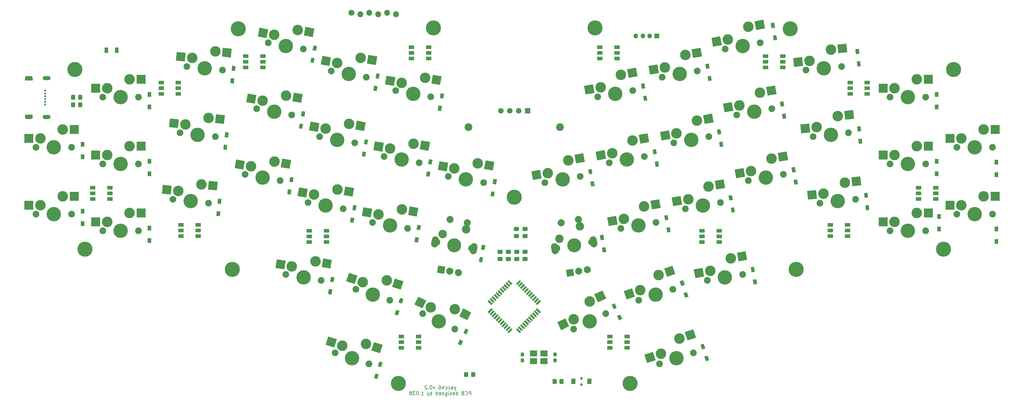
<source format=gbs>
%TF.GenerationSoftware,KiCad,Pcbnew,(5.1.7)-1*%
%TF.CreationDate,2020-11-12T22:52:03+09:00*%
%TF.ProjectId,yacc46,79616363-3436-42e6-9b69-6361645f7063,rev?*%
%TF.SameCoordinates,Original*%
%TF.FileFunction,Soldermask,Bot*%
%TF.FilePolarity,Negative*%
%FSLAX46Y46*%
G04 Gerber Fmt 4.6, Leading zero omitted, Abs format (unit mm)*
G04 Created by KiCad (PCBNEW (5.1.7)-1) date 2020-11-12 22:52:03*
%MOMM*%
%LPD*%
G01*
G04 APERTURE LIST*
%ADD10C,0.150000*%
%ADD11R,1.250000X1.600000*%
%ADD12C,0.750000*%
%ADD13C,0.600000*%
%ADD14O,2.300000X1.200000*%
%ADD15R,2.300000X0.250000*%
%ADD16R,0.260000X0.650000*%
%ADD17C,0.100000*%
%ADD18C,3.000000*%
%ADD19C,1.900000*%
%ADD20C,4.100000*%
%ADD21C,1.600000*%
%ADD22R,1.600000X1.600000*%
%ADD23C,2.400000*%
%ADD24C,3.987800*%
%ADD25C,2.000000*%
%ADD26C,2.200000*%
%ADD27C,4.300000*%
%ADD28R,1.000000X1.400000*%
%ADD29R,1.000000X1.600000*%
%ADD30O,1.700000X1.700000*%
%ADD31C,1.700000*%
%ADD32R,1.350000X1.350000*%
%ADD33O,1.350000X1.350000*%
%ADD34R,1.500000X1.000000*%
%ADD35R,2.550000X2.500000*%
%ADD36R,2.100000X1.800000*%
G04 APERTURE END LIST*
D10*
X148402380Y-134110714D02*
X148164285Y-134777380D01*
X147926190Y-134110714D02*
X148164285Y-134777380D01*
X148259523Y-135015476D01*
X148307142Y-135063095D01*
X148402380Y-135110714D01*
X147116666Y-134777380D02*
X147116666Y-134253571D01*
X147164285Y-134158333D01*
X147259523Y-134110714D01*
X147450000Y-134110714D01*
X147545238Y-134158333D01*
X147116666Y-134729761D02*
X147211904Y-134777380D01*
X147450000Y-134777380D01*
X147545238Y-134729761D01*
X147592857Y-134634523D01*
X147592857Y-134539285D01*
X147545238Y-134444047D01*
X147450000Y-134396428D01*
X147211904Y-134396428D01*
X147116666Y-134348809D01*
X146211904Y-134729761D02*
X146307142Y-134777380D01*
X146497619Y-134777380D01*
X146592857Y-134729761D01*
X146640476Y-134682142D01*
X146688095Y-134586904D01*
X146688095Y-134301190D01*
X146640476Y-134205952D01*
X146592857Y-134158333D01*
X146497619Y-134110714D01*
X146307142Y-134110714D01*
X146211904Y-134158333D01*
X145354761Y-134729761D02*
X145450000Y-134777380D01*
X145640476Y-134777380D01*
X145735714Y-134729761D01*
X145783333Y-134682142D01*
X145830952Y-134586904D01*
X145830952Y-134301190D01*
X145783333Y-134205952D01*
X145735714Y-134158333D01*
X145640476Y-134110714D01*
X145450000Y-134110714D01*
X145354761Y-134158333D01*
X144497619Y-134110714D02*
X144497619Y-134777380D01*
X144735714Y-133729761D02*
X144973809Y-134444047D01*
X144354761Y-134444047D01*
X143545238Y-133777380D02*
X143735714Y-133777380D01*
X143830952Y-133825000D01*
X143878571Y-133872619D01*
X143973809Y-134015476D01*
X144021428Y-134205952D01*
X144021428Y-134586904D01*
X143973809Y-134682142D01*
X143926190Y-134729761D01*
X143830952Y-134777380D01*
X143640476Y-134777380D01*
X143545238Y-134729761D01*
X143497619Y-134682142D01*
X143450000Y-134586904D01*
X143450000Y-134348809D01*
X143497619Y-134253571D01*
X143545238Y-134205952D01*
X143640476Y-134158333D01*
X143830952Y-134158333D01*
X143926190Y-134205952D01*
X143973809Y-134253571D01*
X144021428Y-134348809D01*
X142354761Y-134110714D02*
X142116666Y-134777380D01*
X141878571Y-134110714D01*
X141307142Y-133777380D02*
X141211904Y-133777380D01*
X141116666Y-133825000D01*
X141069047Y-133872619D01*
X141021428Y-133967857D01*
X140973809Y-134158333D01*
X140973809Y-134396428D01*
X141021428Y-134586904D01*
X141069047Y-134682142D01*
X141116666Y-134729761D01*
X141211904Y-134777380D01*
X141307142Y-134777380D01*
X141402380Y-134729761D01*
X141450000Y-134682142D01*
X141497619Y-134586904D01*
X141545238Y-134396428D01*
X141545238Y-134158333D01*
X141497619Y-133967857D01*
X141450000Y-133872619D01*
X141402380Y-133825000D01*
X141307142Y-133777380D01*
X140545238Y-134682142D02*
X140497619Y-134729761D01*
X140545238Y-134777380D01*
X140592857Y-134729761D01*
X140545238Y-134682142D01*
X140545238Y-134777380D01*
X140116666Y-133872619D02*
X140069047Y-133825000D01*
X139973809Y-133777380D01*
X139735714Y-133777380D01*
X139640476Y-133825000D01*
X139592857Y-133872619D01*
X139545238Y-133967857D01*
X139545238Y-134063095D01*
X139592857Y-134205952D01*
X140164285Y-134777380D01*
X139545238Y-134777380D01*
X152640476Y-136427380D02*
X152640476Y-135427380D01*
X152259523Y-135427380D01*
X152164285Y-135475000D01*
X152116666Y-135522619D01*
X152069047Y-135617857D01*
X152069047Y-135760714D01*
X152116666Y-135855952D01*
X152164285Y-135903571D01*
X152259523Y-135951190D01*
X152640476Y-135951190D01*
X151069047Y-136332142D02*
X151116666Y-136379761D01*
X151259523Y-136427380D01*
X151354761Y-136427380D01*
X151497619Y-136379761D01*
X151592857Y-136284523D01*
X151640476Y-136189285D01*
X151688095Y-135998809D01*
X151688095Y-135855952D01*
X151640476Y-135665476D01*
X151592857Y-135570238D01*
X151497619Y-135475000D01*
X151354761Y-135427380D01*
X151259523Y-135427380D01*
X151116666Y-135475000D01*
X151069047Y-135522619D01*
X150307142Y-135903571D02*
X150164285Y-135951190D01*
X150116666Y-135998809D01*
X150069047Y-136094047D01*
X150069047Y-136236904D01*
X150116666Y-136332142D01*
X150164285Y-136379761D01*
X150259523Y-136427380D01*
X150640476Y-136427380D01*
X150640476Y-135427380D01*
X150307142Y-135427380D01*
X150211904Y-135475000D01*
X150164285Y-135522619D01*
X150116666Y-135617857D01*
X150116666Y-135713095D01*
X150164285Y-135808333D01*
X150211904Y-135855952D01*
X150307142Y-135903571D01*
X150640476Y-135903571D01*
X148450000Y-136427380D02*
X148450000Y-135427380D01*
X148450000Y-136379761D02*
X148545238Y-136427380D01*
X148735714Y-136427380D01*
X148830952Y-136379761D01*
X148878571Y-136332142D01*
X148926190Y-136236904D01*
X148926190Y-135951190D01*
X148878571Y-135855952D01*
X148830952Y-135808333D01*
X148735714Y-135760714D01*
X148545238Y-135760714D01*
X148450000Y-135808333D01*
X147592857Y-136379761D02*
X147688095Y-136427380D01*
X147878571Y-136427380D01*
X147973809Y-136379761D01*
X148021428Y-136284523D01*
X148021428Y-135903571D01*
X147973809Y-135808333D01*
X147878571Y-135760714D01*
X147688095Y-135760714D01*
X147592857Y-135808333D01*
X147545238Y-135903571D01*
X147545238Y-135998809D01*
X148021428Y-136094047D01*
X147164285Y-136379761D02*
X147069047Y-136427380D01*
X146878571Y-136427380D01*
X146783333Y-136379761D01*
X146735714Y-136284523D01*
X146735714Y-136236904D01*
X146783333Y-136141666D01*
X146878571Y-136094047D01*
X147021428Y-136094047D01*
X147116666Y-136046428D01*
X147164285Y-135951190D01*
X147164285Y-135903571D01*
X147116666Y-135808333D01*
X147021428Y-135760714D01*
X146878571Y-135760714D01*
X146783333Y-135808333D01*
X146307142Y-136427380D02*
X146307142Y-135760714D01*
X146307142Y-135427380D02*
X146354761Y-135475000D01*
X146307142Y-135522619D01*
X146259523Y-135475000D01*
X146307142Y-135427380D01*
X146307142Y-135522619D01*
X145402380Y-135760714D02*
X145402380Y-136570238D01*
X145450000Y-136665476D01*
X145497619Y-136713095D01*
X145592857Y-136760714D01*
X145735714Y-136760714D01*
X145830952Y-136713095D01*
X145402380Y-136379761D02*
X145497619Y-136427380D01*
X145688095Y-136427380D01*
X145783333Y-136379761D01*
X145830952Y-136332142D01*
X145878571Y-136236904D01*
X145878571Y-135951190D01*
X145830952Y-135855952D01*
X145783333Y-135808333D01*
X145688095Y-135760714D01*
X145497619Y-135760714D01*
X145402380Y-135808333D01*
X144926190Y-135760714D02*
X144926190Y-136427380D01*
X144926190Y-135855952D02*
X144878571Y-135808333D01*
X144783333Y-135760714D01*
X144640476Y-135760714D01*
X144545238Y-135808333D01*
X144497619Y-135903571D01*
X144497619Y-136427380D01*
X143640476Y-136379761D02*
X143735714Y-136427380D01*
X143926190Y-136427380D01*
X144021428Y-136379761D01*
X144069047Y-136284523D01*
X144069047Y-135903571D01*
X144021428Y-135808333D01*
X143926190Y-135760714D01*
X143735714Y-135760714D01*
X143640476Y-135808333D01*
X143592857Y-135903571D01*
X143592857Y-135998809D01*
X144069047Y-136094047D01*
X142735714Y-136427380D02*
X142735714Y-135427380D01*
X142735714Y-136379761D02*
X142830952Y-136427380D01*
X143021428Y-136427380D01*
X143116666Y-136379761D01*
X143164285Y-136332142D01*
X143211904Y-136236904D01*
X143211904Y-135951190D01*
X143164285Y-135855952D01*
X143116666Y-135808333D01*
X143021428Y-135760714D01*
X142830952Y-135760714D01*
X142735714Y-135808333D01*
X141497619Y-136427380D02*
X141497619Y-135427380D01*
X141497619Y-135808333D02*
X141402380Y-135760714D01*
X141211904Y-135760714D01*
X141116666Y-135808333D01*
X141069047Y-135855952D01*
X141021428Y-135951190D01*
X141021428Y-136236904D01*
X141069047Y-136332142D01*
X141116666Y-136379761D01*
X141211904Y-136427380D01*
X141402380Y-136427380D01*
X141497619Y-136379761D01*
X140688095Y-135760714D02*
X140450000Y-136427380D01*
X140211904Y-135760714D02*
X140450000Y-136427380D01*
X140545238Y-136665476D01*
X140592857Y-136713095D01*
X140688095Y-136760714D01*
X138545238Y-136427380D02*
X139116666Y-136427380D01*
X138830952Y-136427380D02*
X138830952Y-135427380D01*
X138926190Y-135570238D01*
X139021428Y-135665476D01*
X139116666Y-135713095D01*
X138116666Y-136332142D02*
X138069047Y-136379761D01*
X138116666Y-136427380D01*
X138164285Y-136379761D01*
X138116666Y-136332142D01*
X138116666Y-136427380D01*
X137450000Y-135427380D02*
X137354761Y-135427380D01*
X137259523Y-135475000D01*
X137211904Y-135522619D01*
X137164285Y-135617857D01*
X137116666Y-135808333D01*
X137116666Y-136046428D01*
X137164285Y-136236904D01*
X137211904Y-136332142D01*
X137259523Y-136379761D01*
X137354761Y-136427380D01*
X137450000Y-136427380D01*
X137545238Y-136379761D01*
X137592857Y-136332142D01*
X137640476Y-136236904D01*
X137688095Y-136046428D01*
X137688095Y-135808333D01*
X137640476Y-135617857D01*
X137592857Y-135522619D01*
X137545238Y-135475000D01*
X137450000Y-135427380D01*
X136783333Y-135427380D02*
X136164285Y-135427380D01*
X136497619Y-135808333D01*
X136354761Y-135808333D01*
X136259523Y-135855952D01*
X136211904Y-135903571D01*
X136164285Y-135998809D01*
X136164285Y-136236904D01*
X136211904Y-136332142D01*
X136259523Y-136379761D01*
X136354761Y-136427380D01*
X136640476Y-136427380D01*
X136735714Y-136379761D01*
X136783333Y-136332142D01*
X135592857Y-135855952D02*
X135688095Y-135808333D01*
X135735714Y-135760714D01*
X135783333Y-135665476D01*
X135783333Y-135617857D01*
X135735714Y-135522619D01*
X135688095Y-135475000D01*
X135592857Y-135427380D01*
X135402380Y-135427380D01*
X135307142Y-135475000D01*
X135259523Y-135522619D01*
X135211904Y-135617857D01*
X135211904Y-135665476D01*
X135259523Y-135760714D01*
X135307142Y-135808333D01*
X135402380Y-135855952D01*
X135592857Y-135855952D01*
X135688095Y-135903571D01*
X135735714Y-135951190D01*
X135783333Y-136046428D01*
X135783333Y-136236904D01*
X135735714Y-136332142D01*
X135688095Y-136379761D01*
X135592857Y-136427380D01*
X135402380Y-136427380D01*
X135307142Y-136379761D01*
X135259523Y-136332142D01*
X135211904Y-136236904D01*
X135211904Y-136046428D01*
X135259523Y-135951190D01*
X135307142Y-135903571D01*
X135402380Y-135855952D01*
D11*
%TO.C,SW47*%
X186455000Y-132600000D03*
X181805000Y-132600000D03*
D12*
X184130000Y-131700000D03*
X184130000Y-133500000D03*
%TD*%
D13*
%TO.C,J1*%
X31290000Y-49680000D03*
X31290000Y-50480000D03*
X31290000Y-51280000D03*
X31290000Y-52080000D03*
X31290000Y-52880000D03*
X31290000Y-53680000D03*
D14*
X31740000Y-46130000D03*
X31740000Y-57230000D03*
X26690000Y-46130000D03*
X26690000Y-57230000D03*
D15*
X26690000Y-46710000D03*
D16*
X27710000Y-46460000D03*
X25670000Y-46460000D03*
D15*
X26690000Y-56650000D03*
D16*
X25670000Y-56850000D03*
X27710000Y-56850000D03*
%TD*%
D17*
%TO.C,U1*%
G36*
X166537958Y-103656280D02*
G01*
X166926866Y-104045188D01*
X165866206Y-105105848D01*
X165477298Y-104716940D01*
X166537958Y-103656280D01*
G37*
G36*
X167103643Y-104221966D02*
G01*
X167492551Y-104610874D01*
X166431891Y-105671534D01*
X166042983Y-105282626D01*
X167103643Y-104221966D01*
G37*
G36*
X167669328Y-104787651D02*
G01*
X168058236Y-105176559D01*
X166997576Y-106237219D01*
X166608668Y-105848311D01*
X167669328Y-104787651D01*
G37*
G36*
X168235014Y-105353336D02*
G01*
X168623922Y-105742244D01*
X167563262Y-106802904D01*
X167174354Y-106413996D01*
X168235014Y-105353336D01*
G37*
G36*
X168800699Y-105919022D02*
G01*
X169189607Y-106307930D01*
X168128947Y-107368590D01*
X167740039Y-106979682D01*
X168800699Y-105919022D01*
G37*
G36*
X169366385Y-106484707D02*
G01*
X169755293Y-106873615D01*
X168694633Y-107934275D01*
X168305725Y-107545367D01*
X169366385Y-106484707D01*
G37*
G36*
X169932070Y-107050393D02*
G01*
X170320978Y-107439301D01*
X169260318Y-108499961D01*
X168871410Y-108111053D01*
X169932070Y-107050393D01*
G37*
G36*
X170497756Y-107616078D02*
G01*
X170886664Y-108004986D01*
X169826004Y-109065646D01*
X169437096Y-108676738D01*
X170497756Y-107616078D01*
G37*
G36*
X171063441Y-108181764D02*
G01*
X171452349Y-108570672D01*
X170391689Y-109631332D01*
X170002781Y-109242424D01*
X171063441Y-108181764D01*
G37*
G36*
X171629126Y-108747449D02*
G01*
X172018034Y-109136357D01*
X170957374Y-110197017D01*
X170568466Y-109808109D01*
X171629126Y-108747449D01*
G37*
G36*
X172194812Y-109313134D02*
G01*
X172583720Y-109702042D01*
X171523060Y-110762702D01*
X171134152Y-110373794D01*
X172194812Y-109313134D01*
G37*
G36*
X172583720Y-112777958D02*
G01*
X172194812Y-113166866D01*
X171134152Y-112106206D01*
X171523060Y-111717298D01*
X172583720Y-112777958D01*
G37*
G36*
X172018034Y-113343643D02*
G01*
X171629126Y-113732551D01*
X170568466Y-112671891D01*
X170957374Y-112282983D01*
X172018034Y-113343643D01*
G37*
G36*
X171452349Y-113909328D02*
G01*
X171063441Y-114298236D01*
X170002781Y-113237576D01*
X170391689Y-112848668D01*
X171452349Y-113909328D01*
G37*
G36*
X170886664Y-114475014D02*
G01*
X170497756Y-114863922D01*
X169437096Y-113803262D01*
X169826004Y-113414354D01*
X170886664Y-114475014D01*
G37*
G36*
X170320978Y-115040699D02*
G01*
X169932070Y-115429607D01*
X168871410Y-114368947D01*
X169260318Y-113980039D01*
X170320978Y-115040699D01*
G37*
G36*
X169755293Y-115606385D02*
G01*
X169366385Y-115995293D01*
X168305725Y-114934633D01*
X168694633Y-114545725D01*
X169755293Y-115606385D01*
G37*
G36*
X169189607Y-116172070D02*
G01*
X168800699Y-116560978D01*
X167740039Y-115500318D01*
X168128947Y-115111410D01*
X169189607Y-116172070D01*
G37*
G36*
X168623922Y-116737756D02*
G01*
X168235014Y-117126664D01*
X167174354Y-116066004D01*
X167563262Y-115677096D01*
X168623922Y-116737756D01*
G37*
G36*
X168058236Y-117303441D02*
G01*
X167669328Y-117692349D01*
X166608668Y-116631689D01*
X166997576Y-116242781D01*
X168058236Y-117303441D01*
G37*
G36*
X167492551Y-117869126D02*
G01*
X167103643Y-118258034D01*
X166042983Y-117197374D01*
X166431891Y-116808466D01*
X167492551Y-117869126D01*
G37*
G36*
X166926866Y-118434812D02*
G01*
X166537958Y-118823720D01*
X165477298Y-117763060D01*
X165866206Y-117374152D01*
X166926866Y-118434812D01*
G37*
G36*
X164133794Y-117374152D02*
G01*
X164522702Y-117763060D01*
X163462042Y-118823720D01*
X163073134Y-118434812D01*
X164133794Y-117374152D01*
G37*
G36*
X163568109Y-116808466D02*
G01*
X163957017Y-117197374D01*
X162896357Y-118258034D01*
X162507449Y-117869126D01*
X163568109Y-116808466D01*
G37*
G36*
X163002424Y-116242781D02*
G01*
X163391332Y-116631689D01*
X162330672Y-117692349D01*
X161941764Y-117303441D01*
X163002424Y-116242781D01*
G37*
G36*
X162436738Y-115677096D02*
G01*
X162825646Y-116066004D01*
X161764986Y-117126664D01*
X161376078Y-116737756D01*
X162436738Y-115677096D01*
G37*
G36*
X161871053Y-115111410D02*
G01*
X162259961Y-115500318D01*
X161199301Y-116560978D01*
X160810393Y-116172070D01*
X161871053Y-115111410D01*
G37*
G36*
X161305367Y-114545725D02*
G01*
X161694275Y-114934633D01*
X160633615Y-115995293D01*
X160244707Y-115606385D01*
X161305367Y-114545725D01*
G37*
G36*
X160739682Y-113980039D02*
G01*
X161128590Y-114368947D01*
X160067930Y-115429607D01*
X159679022Y-115040699D01*
X160739682Y-113980039D01*
G37*
G36*
X160173996Y-113414354D02*
G01*
X160562904Y-113803262D01*
X159502244Y-114863922D01*
X159113336Y-114475014D01*
X160173996Y-113414354D01*
G37*
G36*
X159608311Y-112848668D02*
G01*
X159997219Y-113237576D01*
X158936559Y-114298236D01*
X158547651Y-113909328D01*
X159608311Y-112848668D01*
G37*
G36*
X159042626Y-112282983D02*
G01*
X159431534Y-112671891D01*
X158370874Y-113732551D01*
X157981966Y-113343643D01*
X159042626Y-112282983D01*
G37*
G36*
X158476940Y-111717298D02*
G01*
X158865848Y-112106206D01*
X157805188Y-113166866D01*
X157416280Y-112777958D01*
X158476940Y-111717298D01*
G37*
G36*
X158865848Y-110373794D02*
G01*
X158476940Y-110762702D01*
X157416280Y-109702042D01*
X157805188Y-109313134D01*
X158865848Y-110373794D01*
G37*
G36*
X159431534Y-109808109D02*
G01*
X159042626Y-110197017D01*
X157981966Y-109136357D01*
X158370874Y-108747449D01*
X159431534Y-109808109D01*
G37*
G36*
X159997219Y-109242424D02*
G01*
X159608311Y-109631332D01*
X158547651Y-108570672D01*
X158936559Y-108181764D01*
X159997219Y-109242424D01*
G37*
G36*
X160562904Y-108676738D02*
G01*
X160173996Y-109065646D01*
X159113336Y-108004986D01*
X159502244Y-107616078D01*
X160562904Y-108676738D01*
G37*
G36*
X161128590Y-108111053D02*
G01*
X160739682Y-108499961D01*
X159679022Y-107439301D01*
X160067930Y-107050393D01*
X161128590Y-108111053D01*
G37*
G36*
X161694275Y-107545367D02*
G01*
X161305367Y-107934275D01*
X160244707Y-106873615D01*
X160633615Y-106484707D01*
X161694275Y-107545367D01*
G37*
G36*
X162259961Y-106979682D02*
G01*
X161871053Y-107368590D01*
X160810393Y-106307930D01*
X161199301Y-105919022D01*
X162259961Y-106979682D01*
G37*
G36*
X162825646Y-106413996D02*
G01*
X162436738Y-106802904D01*
X161376078Y-105742244D01*
X161764986Y-105353336D01*
X162825646Y-106413996D01*
G37*
G36*
X163391332Y-105848311D02*
G01*
X163002424Y-106237219D01*
X161941764Y-105176559D01*
X162330672Y-104787651D01*
X163391332Y-105848311D01*
G37*
G36*
X163957017Y-105282626D02*
G01*
X163568109Y-105671534D01*
X162507449Y-104610874D01*
X162896357Y-104221966D01*
X163957017Y-105282626D01*
G37*
G36*
X164522702Y-104716940D02*
G01*
X164133794Y-105105848D01*
X163073134Y-104045188D01*
X163462042Y-103656280D01*
X164522702Y-104716940D01*
G37*
%TD*%
D13*
%TO.C,SW43*%
X179004278Y-116286457D03*
X189509526Y-108336696D03*
D18*
X186541708Y-109784198D03*
X181947829Y-114850791D03*
D17*
G36*
X190107524Y-106654280D02*
G01*
X191203452Y-108901265D01*
X188911528Y-110019112D01*
X187815600Y-107772127D01*
X190107524Y-106654280D01*
G37*
D19*
X181919823Y-117690459D03*
X191051571Y-113236609D03*
D20*
X186485697Y-115463534D03*
D17*
G36*
X179602276Y-114604041D02*
G01*
X180698204Y-116851026D01*
X178406280Y-117968873D01*
X177310352Y-115721888D01*
X179602276Y-114604041D01*
G37*
%TD*%
D21*
%TO.C,J2*%
X161190000Y-55430000D03*
X163730000Y-55430000D03*
X166270000Y-55430000D03*
D22*
X168810000Y-55430000D03*
%TD*%
%TO.C,R6*%
G36*
G01*
X152700000Y-131060001D02*
X152700000Y-130159999D01*
G75*
G02*
X152949999Y-129910000I249999J0D01*
G01*
X153650001Y-129910000D01*
G75*
G02*
X153900000Y-130159999I0J-249999D01*
G01*
X153900000Y-131060001D01*
G75*
G02*
X153650001Y-131310000I-249999J0D01*
G01*
X152949999Y-131310000D01*
G75*
G02*
X152700000Y-131060001I0J249999D01*
G01*
G37*
G36*
G01*
X150700000Y-131060001D02*
X150700000Y-130159999D01*
G75*
G02*
X150949999Y-129910000I249999J0D01*
G01*
X151650001Y-129910000D01*
G75*
G02*
X151900000Y-130159999I0J-249999D01*
G01*
X151900000Y-131060001D01*
G75*
G02*
X151650001Y-131310000I-249999J0D01*
G01*
X150949999Y-131310000D01*
G75*
G02*
X150700000Y-131060001I0J249999D01*
G01*
G37*
%TD*%
%TO.C,R3*%
G36*
G01*
X166080001Y-89730000D02*
X165179999Y-89730000D01*
G75*
G02*
X164930000Y-89480001I0J249999D01*
G01*
X164930000Y-88779999D01*
G75*
G02*
X165179999Y-88530000I249999J0D01*
G01*
X166080001Y-88530000D01*
G75*
G02*
X166330000Y-88779999I0J-249999D01*
G01*
X166330000Y-89480001D01*
G75*
G02*
X166080001Y-89730000I-249999J0D01*
G01*
G37*
G36*
G01*
X166080001Y-91730000D02*
X165179999Y-91730000D01*
G75*
G02*
X164930000Y-91480001I0J249999D01*
G01*
X164930000Y-90779999D01*
G75*
G02*
X165179999Y-90530000I249999J0D01*
G01*
X166080001Y-90530000D01*
G75*
G02*
X166330000Y-90779999I0J-249999D01*
G01*
X166330000Y-91480001D01*
G75*
G02*
X166080001Y-91730000I-249999J0D01*
G01*
G37*
%TD*%
D23*
%TO.C,SW36*%
X183690947Y-88327548D03*
D24*
X182071668Y-93771438D03*
D23*
X177878484Y-91931626D03*
D25*
X177068845Y-94653571D03*
X187074491Y-92889305D03*
D17*
G36*
X182070466Y-102402777D02*
G01*
X180100850Y-102750073D01*
X179753554Y-100780457D01*
X181723170Y-100433161D01*
X182070466Y-102402777D01*
G37*
D25*
X183374029Y-101157496D03*
X185836049Y-100723376D03*
G36*
G01*
X176834582Y-96319561D02*
X176834582Y-96319561D01*
G75*
G02*
X175676126Y-95508401I-173648J984808D01*
G01*
X175467748Y-94326631D01*
G75*
G02*
X176278908Y-93168175I984808J173648D01*
G01*
X176278908Y-93168175D01*
G75*
G02*
X177437364Y-93979335I173648J-984808D01*
G01*
X177645742Y-95161105D01*
G75*
G02*
X176834582Y-96319561I-984808J-173648D01*
G01*
G37*
G36*
G01*
X187864428Y-94374701D02*
X187864428Y-94374701D01*
G75*
G02*
X186705972Y-93563541I-173648J984808D01*
G01*
X186497594Y-92381771D01*
G75*
G02*
X187308754Y-91223315I984808J173648D01*
G01*
X187308754Y-91223315D01*
G75*
G02*
X188467210Y-92034475I173648J-984808D01*
G01*
X188675588Y-93216245D01*
G75*
G02*
X187864428Y-94374701I-984808J-173648D01*
G01*
G37*
X178394111Y-87311904D03*
X183318150Y-86443663D03*
%TD*%
D26*
%TO.C,HOLE15*%
X178000000Y-60100000D03*
%TD*%
%TO.C,HOLE14*%
X152000000Y-60100000D03*
%TD*%
D27*
%TO.C,HOLE13*%
X164980000Y-80100000D03*
%TD*%
%TO.C,HOLE12*%
X198020001Y-133120000D03*
%TD*%
%TO.C,HOLE11*%
X245380000Y-100610000D03*
%TD*%
%TO.C,HOLE10*%
X287360000Y-94900000D03*
%TD*%
%TO.C,HOLE9*%
X290240000Y-43680000D03*
%TD*%
%TO.C,HOLE8*%
X243660000Y-32080000D03*
%TD*%
%TO.C,HOLE7*%
X188010000Y-31840000D03*
%TD*%
%TO.C,HOLE6*%
X141990000Y-31840000D03*
%TD*%
%TO.C,HOLE5*%
X86340000Y-32080000D03*
%TD*%
%TO.C,HOLE4*%
X39760000Y-43680000D03*
%TD*%
%TO.C,HOLE3*%
X42640000Y-94900000D03*
%TD*%
%TO.C,HOLE2*%
X84620000Y-100610000D03*
%TD*%
%TO.C,HOLE1*%
X131979999Y-133120000D03*
%TD*%
%TO.C,C1*%
G36*
G01*
X160485000Y-97110000D02*
X161435000Y-97110000D01*
G75*
G02*
X161685000Y-97360000I0J-250000D01*
G01*
X161685000Y-98035000D01*
G75*
G02*
X161435000Y-98285000I-250000J0D01*
G01*
X160485000Y-98285000D01*
G75*
G02*
X160235000Y-98035000I0J250000D01*
G01*
X160235000Y-97360000D01*
G75*
G02*
X160485000Y-97110000I250000J0D01*
G01*
G37*
G36*
G01*
X160485000Y-95035000D02*
X161435000Y-95035000D01*
G75*
G02*
X161685000Y-95285000I0J-250000D01*
G01*
X161685000Y-95960000D01*
G75*
G02*
X161435000Y-96210000I-250000J0D01*
G01*
X160485000Y-96210000D01*
G75*
G02*
X160235000Y-95960000I0J250000D01*
G01*
X160235000Y-95285000D01*
G75*
G02*
X160485000Y-95035000I250000J0D01*
G01*
G37*
%TD*%
%TO.C,C2*%
G36*
G01*
X162858333Y-95035000D02*
X163808333Y-95035000D01*
G75*
G02*
X164058333Y-95285000I0J-250000D01*
G01*
X164058333Y-95960000D01*
G75*
G02*
X163808333Y-96210000I-250000J0D01*
G01*
X162858333Y-96210000D01*
G75*
G02*
X162608333Y-95960000I0J250000D01*
G01*
X162608333Y-95285000D01*
G75*
G02*
X162858333Y-95035000I250000J0D01*
G01*
G37*
G36*
G01*
X162858333Y-97110000D02*
X163808333Y-97110000D01*
G75*
G02*
X164058333Y-97360000I0J-250000D01*
G01*
X164058333Y-98035000D01*
G75*
G02*
X163808333Y-98285000I-250000J0D01*
G01*
X162858333Y-98285000D01*
G75*
G02*
X162608333Y-98035000I0J250000D01*
G01*
X162608333Y-97360000D01*
G75*
G02*
X162858333Y-97110000I250000J0D01*
G01*
G37*
%TD*%
%TO.C,C3*%
G36*
G01*
X166181666Y-96210000D02*
X165231666Y-96210000D01*
G75*
G02*
X164981666Y-95960000I0J250000D01*
G01*
X164981666Y-95285000D01*
G75*
G02*
X165231666Y-95035000I250000J0D01*
G01*
X166181666Y-95035000D01*
G75*
G02*
X166431666Y-95285000I0J-250000D01*
G01*
X166431666Y-95960000D01*
G75*
G02*
X166181666Y-96210000I-250000J0D01*
G01*
G37*
G36*
G01*
X166181666Y-98285000D02*
X165231666Y-98285000D01*
G75*
G02*
X164981666Y-98035000I0J250000D01*
G01*
X164981666Y-97360000D01*
G75*
G02*
X165231666Y-97110000I250000J0D01*
G01*
X166181666Y-97110000D01*
G75*
G02*
X166431666Y-97360000I0J-250000D01*
G01*
X166431666Y-98035000D01*
G75*
G02*
X166181666Y-98285000I-250000J0D01*
G01*
G37*
%TD*%
%TO.C,C4*%
G36*
G01*
X168555000Y-98285000D02*
X167605000Y-98285000D01*
G75*
G02*
X167355000Y-98035000I0J250000D01*
G01*
X167355000Y-97360000D01*
G75*
G02*
X167605000Y-97110000I250000J0D01*
G01*
X168555000Y-97110000D01*
G75*
G02*
X168805000Y-97360000I0J-250000D01*
G01*
X168805000Y-98035000D01*
G75*
G02*
X168555000Y-98285000I-250000J0D01*
G01*
G37*
G36*
G01*
X168555000Y-96210000D02*
X167605000Y-96210000D01*
G75*
G02*
X167355000Y-95960000I0J250000D01*
G01*
X167355000Y-95285000D01*
G75*
G02*
X167605000Y-95035000I250000J0D01*
G01*
X168555000Y-95035000D01*
G75*
G02*
X168805000Y-95285000I0J-250000D01*
G01*
X168805000Y-95960000D01*
G75*
G02*
X168555000Y-96210000I-250000J0D01*
G01*
G37*
%TD*%
%TO.C,C5*%
G36*
G01*
X167072500Y-126065000D02*
X167547500Y-126065000D01*
G75*
G02*
X167785000Y-126302500I0J-237500D01*
G01*
X167785000Y-126902500D01*
G75*
G02*
X167547500Y-127140000I-237500J0D01*
G01*
X167072500Y-127140000D01*
G75*
G02*
X166835000Y-126902500I0J237500D01*
G01*
X166835000Y-126302500D01*
G75*
G02*
X167072500Y-126065000I237500J0D01*
G01*
G37*
G36*
G01*
X167072500Y-124340000D02*
X167547500Y-124340000D01*
G75*
G02*
X167785000Y-124577500I0J-237500D01*
G01*
X167785000Y-125177500D01*
G75*
G02*
X167547500Y-125415000I-237500J0D01*
G01*
X167072500Y-125415000D01*
G75*
G02*
X166835000Y-125177500I0J237500D01*
G01*
X166835000Y-124577500D01*
G75*
G02*
X167072500Y-124340000I237500J0D01*
G01*
G37*
%TD*%
%TO.C,C6*%
G36*
G01*
X176877500Y-127140000D02*
X176402500Y-127140000D01*
G75*
G02*
X176165000Y-126902500I0J237500D01*
G01*
X176165000Y-126302500D01*
G75*
G02*
X176402500Y-126065000I237500J0D01*
G01*
X176877500Y-126065000D01*
G75*
G02*
X177115000Y-126302500I0J-237500D01*
G01*
X177115000Y-126902500D01*
G75*
G02*
X176877500Y-127140000I-237500J0D01*
G01*
G37*
G36*
G01*
X176877500Y-125415000D02*
X176402500Y-125415000D01*
G75*
G02*
X176165000Y-125177500I0J237500D01*
G01*
X176165000Y-124577500D01*
G75*
G02*
X176402500Y-124340000I237500J0D01*
G01*
X176877500Y-124340000D01*
G75*
G02*
X177115000Y-124577500I0J-237500D01*
G01*
X177115000Y-125177500D01*
G75*
G02*
X176877500Y-125415000I-237500J0D01*
G01*
G37*
%TD*%
D28*
%TO.C,D1*%
X60991499Y-54302500D03*
X60991499Y-50752500D03*
%TD*%
D17*
%TO.C,D2*%
G36*
X85061604Y-47623761D02*
G01*
X84067082Y-47519232D01*
X84213422Y-46126901D01*
X85207944Y-46231430D01*
X85061604Y-47623761D01*
G37*
G36*
X85432680Y-44093209D02*
G01*
X84438158Y-43988680D01*
X84584498Y-42596349D01*
X85579020Y-42700878D01*
X85432680Y-44093209D01*
G37*
%TD*%
%TO.C,D3*%
G36*
X108497292Y-38334599D02*
G01*
X107512484Y-38160950D01*
X107755592Y-36782219D01*
X108740400Y-36955868D01*
X108497292Y-38334599D01*
G37*
G36*
X107880840Y-41830667D02*
G01*
X106896032Y-41657018D01*
X107139140Y-40278287D01*
X108123948Y-40451936D01*
X107880840Y-41830667D01*
G37*
%TD*%
%TO.C,D4*%
G36*
X125814428Y-49828812D02*
G01*
X124829620Y-49655163D01*
X125072728Y-48276432D01*
X126057536Y-48450081D01*
X125814428Y-49828812D01*
G37*
G36*
X126430880Y-46332744D02*
G01*
X125446072Y-46159095D01*
X125689180Y-44780364D01*
X126673988Y-44954013D01*
X126430880Y-46332744D01*
G37*
%TD*%
%TO.C,D5*%
G36*
X144777968Y-51985815D02*
G01*
X143793160Y-51812166D01*
X144036268Y-50433435D01*
X145021076Y-50607084D01*
X144777968Y-51985815D01*
G37*
G36*
X144161516Y-55481883D02*
G01*
X143176708Y-55308234D01*
X143419816Y-53929503D01*
X144404624Y-54103152D01*
X144161516Y-55481883D01*
G37*
%TD*%
D28*
%TO.C,D6*%
X41941500Y-68590000D03*
X41941500Y-65040000D03*
%TD*%
%TO.C,D7*%
X60991499Y-73352500D03*
X60991499Y-69802500D03*
%TD*%
D17*
%TO.C,D8*%
G36*
X83441412Y-63038851D02*
G01*
X82446890Y-62934322D01*
X82593230Y-61541991D01*
X83587752Y-61646520D01*
X83441412Y-63038851D01*
G37*
G36*
X83070336Y-66569403D02*
G01*
X82075814Y-66464874D01*
X82222154Y-65072543D01*
X83216676Y-65177072D01*
X83070336Y-66569403D01*
G37*
%TD*%
%TO.C,D9*%
G36*
X105189294Y-57095187D02*
G01*
X104204486Y-56921538D01*
X104447594Y-55542807D01*
X105432402Y-55716456D01*
X105189294Y-57095187D01*
G37*
G36*
X104572842Y-60591255D02*
G01*
X103588034Y-60417606D01*
X103831142Y-59038875D01*
X104815950Y-59212524D01*
X104572842Y-60591255D01*
G37*
%TD*%
%TO.C,D10*%
G36*
X122506430Y-68589400D02*
G01*
X121521622Y-68415751D01*
X121764730Y-67037020D01*
X122749538Y-67210669D01*
X122506430Y-68589400D01*
G37*
G36*
X123122882Y-65093332D02*
G01*
X122138074Y-64919683D01*
X122381182Y-63540952D01*
X123365990Y-63714601D01*
X123122882Y-65093332D01*
G37*
%TD*%
%TO.C,D11*%
G36*
X141469970Y-70746403D02*
G01*
X140485162Y-70572754D01*
X140728270Y-69194023D01*
X141713078Y-69367672D01*
X141469970Y-70746403D01*
G37*
G36*
X140853518Y-74242471D02*
G01*
X139868710Y-74068822D01*
X140111818Y-72690091D01*
X141096626Y-72863740D01*
X140853518Y-74242471D01*
G37*
%TD*%
%TO.C,D12*%
G36*
X159817058Y-76399474D02*
G01*
X158832250Y-76225825D01*
X159075358Y-74847094D01*
X160060166Y-75020743D01*
X159817058Y-76399474D01*
G37*
G36*
X159200606Y-79895542D02*
G01*
X158215798Y-79721893D01*
X158458906Y-78343162D01*
X159443714Y-78516811D01*
X159200606Y-79895542D01*
G37*
%TD*%
D28*
%TO.C,D13*%
X41941500Y-84090000D03*
X41941500Y-87640000D03*
%TD*%
%TO.C,D14*%
X60991499Y-92402500D03*
X60991499Y-88852500D03*
%TD*%
D17*
%TO.C,D15*%
G36*
X81450145Y-81984493D02*
G01*
X80455623Y-81879964D01*
X80601963Y-80487633D01*
X81596485Y-80592162D01*
X81450145Y-81984493D01*
G37*
G36*
X81079069Y-85515045D02*
G01*
X80084547Y-85410516D01*
X80230887Y-84018185D01*
X81225409Y-84122714D01*
X81079069Y-85515045D01*
G37*
%TD*%
%TO.C,D16*%
G36*
X101264844Y-79351843D02*
G01*
X100280036Y-79178194D01*
X100523144Y-77799463D01*
X101507952Y-77973112D01*
X101264844Y-79351843D01*
G37*
G36*
X101881296Y-75855775D02*
G01*
X100896488Y-75682126D01*
X101139596Y-74303395D01*
X102124404Y-74477044D01*
X101881296Y-75855775D01*
G37*
%TD*%
%TO.C,D17*%
G36*
X119814884Y-83853919D02*
G01*
X118830076Y-83680270D01*
X119073184Y-82301539D01*
X120057992Y-82475188D01*
X119814884Y-83853919D01*
G37*
G36*
X119198432Y-87349987D02*
G01*
X118213624Y-87176338D01*
X118456732Y-85797607D01*
X119441540Y-85971256D01*
X119198432Y-87349987D01*
G37*
%TD*%
%TO.C,D18*%
G36*
X137545520Y-93003059D02*
G01*
X136560712Y-92829410D01*
X136803820Y-91450679D01*
X137788628Y-91624328D01*
X137545520Y-93003059D01*
G37*
G36*
X138161972Y-89506991D02*
G01*
X137177164Y-89333342D01*
X137420272Y-87954611D01*
X138405080Y-88128260D01*
X138161972Y-89506991D01*
G37*
%TD*%
%TO.C,D19*%
G36*
X156509060Y-95160062D02*
G01*
X155524252Y-94986413D01*
X155767360Y-93607682D01*
X156752168Y-93781331D01*
X156509060Y-95160062D01*
G37*
G36*
X155892608Y-98656130D02*
G01*
X154907800Y-98482481D01*
X155150908Y-97103750D01*
X156135716Y-97277399D01*
X155892608Y-98656130D01*
G37*
%TD*%
%TO.C,D20*%
G36*
X113514611Y-104316620D02*
G01*
X112529803Y-104142971D01*
X112772911Y-102764240D01*
X113757719Y-102937889D01*
X113514611Y-104316620D01*
G37*
G36*
X112898159Y-107812688D02*
G01*
X111913351Y-107639039D01*
X112156459Y-106260308D01*
X113141267Y-106433957D01*
X112898159Y-107812688D01*
G37*
%TD*%
%TO.C,D21*%
G36*
X131869329Y-113792429D02*
G01*
X130918273Y-113483412D01*
X131350897Y-112151933D01*
X132301953Y-112460950D01*
X131869329Y-113792429D01*
G37*
G36*
X132966339Y-110416179D02*
G01*
X132015283Y-110107162D01*
X132447907Y-108775683D01*
X133398963Y-109084700D01*
X132966339Y-110416179D01*
G37*
%TD*%
%TO.C,D22*%
G36*
X151379871Y-119163534D02*
G01*
X150481077Y-118725163D01*
X151094797Y-117466852D01*
X151993591Y-117905223D01*
X151379871Y-119163534D01*
G37*
G36*
X149823653Y-122354252D02*
G01*
X148924859Y-121915881D01*
X149538579Y-120657570D01*
X150437373Y-121095941D01*
X149823653Y-122354252D01*
G37*
%TD*%
%TO.C,D23*%
G36*
X125982555Y-131910055D02*
G01*
X125031499Y-131601038D01*
X125464123Y-130269559D01*
X126415179Y-130578576D01*
X125982555Y-131910055D01*
G37*
G36*
X127079565Y-128533805D02*
G01*
X126128509Y-128224788D01*
X126561133Y-126893309D01*
X127512189Y-127202326D01*
X127079565Y-128533805D01*
G37*
%TD*%
%TO.C,D24*%
G36*
X202340944Y-48967288D02*
G01*
X201356136Y-49140937D01*
X201113028Y-47762206D01*
X202097836Y-47588557D01*
X202340944Y-48967288D01*
G37*
G36*
X202957396Y-52463356D02*
G01*
X201972588Y-52637005D01*
X201729480Y-51258274D01*
X202714288Y-51084625D01*
X202957396Y-52463356D01*
G37*
%TD*%
%TO.C,D25*%
G36*
X221304484Y-46810285D02*
G01*
X220319676Y-46983934D01*
X220076568Y-45605203D01*
X221061376Y-45431554D01*
X221304484Y-46810285D01*
G37*
G36*
X220688032Y-43314217D02*
G01*
X219703224Y-43487866D01*
X219460116Y-42109135D01*
X220444924Y-41935486D01*
X220688032Y-43314217D01*
G37*
%TD*%
%TO.C,D26*%
G36*
X239315732Y-31684507D02*
G01*
X238330924Y-31858156D01*
X238087816Y-30479425D01*
X239072624Y-30305776D01*
X239315732Y-31684507D01*
G37*
G36*
X239932184Y-35180575D02*
G01*
X238947376Y-35354224D01*
X238704268Y-33975493D01*
X239689076Y-33801844D01*
X239932184Y-35180575D01*
G37*
%TD*%
%TO.C,D27*%
G36*
X263745969Y-42699177D02*
G01*
X262751447Y-42803706D01*
X262605107Y-41411375D01*
X263599629Y-41306846D01*
X263745969Y-42699177D01*
G37*
G36*
X263374893Y-39168625D02*
G01*
X262380371Y-39273154D01*
X262234031Y-37880823D01*
X263228553Y-37776294D01*
X263374893Y-39168625D01*
G37*
%TD*%
D28*
%TO.C,D28*%
X285391500Y-50752500D03*
X285391500Y-54302500D03*
%TD*%
D17*
%TO.C,D29*%
G36*
X187918306Y-76877015D02*
G01*
X186933498Y-77050664D01*
X186690390Y-75671933D01*
X187675198Y-75498284D01*
X187918306Y-76877015D01*
G37*
G36*
X187301854Y-73380947D02*
G01*
X186317046Y-73554596D01*
X186073938Y-72175865D01*
X187058746Y-72002216D01*
X187301854Y-73380947D01*
G37*
%TD*%
%TO.C,D30*%
G36*
X205648942Y-67727876D02*
G01*
X204664134Y-67901525D01*
X204421026Y-66522794D01*
X205405834Y-66349145D01*
X205648942Y-67727876D01*
G37*
G36*
X206265394Y-71223944D02*
G01*
X205280586Y-71397593D01*
X205037478Y-70018862D01*
X206022286Y-69845213D01*
X206265394Y-71223944D01*
G37*
%TD*%
%TO.C,D31*%
G36*
X224612482Y-65570873D02*
G01*
X223627674Y-65744522D01*
X223384566Y-64365791D01*
X224369374Y-64192142D01*
X224612482Y-65570873D01*
G37*
G36*
X223996030Y-62074805D02*
G01*
X223011222Y-62248454D01*
X222768114Y-60869723D01*
X223752922Y-60696074D01*
X223996030Y-62074805D01*
G37*
%TD*%
%TO.C,D32*%
G36*
X241929618Y-54076660D02*
G01*
X240944810Y-54250309D01*
X240701702Y-52871578D01*
X241686510Y-52697929D01*
X241929618Y-54076660D01*
G37*
G36*
X242546070Y-57572728D02*
G01*
X241561262Y-57746377D01*
X241318154Y-56367646D01*
X242302962Y-56193997D01*
X242546070Y-57572728D01*
G37*
%TD*%
%TO.C,D33*%
G36*
X264217437Y-64752384D02*
G01*
X263222915Y-64856913D01*
X263076575Y-63464582D01*
X264071097Y-63360053D01*
X264217437Y-64752384D01*
G37*
G36*
X263846361Y-61221832D02*
G01*
X262851839Y-61326361D01*
X262705499Y-59934030D01*
X263700021Y-59829501D01*
X263846361Y-61221832D01*
G37*
%TD*%
D28*
%TO.C,D34*%
X285391500Y-69802500D03*
X285391500Y-73352500D03*
%TD*%
%TO.C,D35*%
X302371500Y-70120000D03*
X302371500Y-73670000D03*
%TD*%
D17*
%TO.C,D36*%
G36*
X190609852Y-92141535D02*
G01*
X189625044Y-92315184D01*
X189381936Y-90936453D01*
X190366744Y-90762804D01*
X190609852Y-92141535D01*
G37*
G36*
X191226304Y-95637603D02*
G01*
X190241496Y-95811252D01*
X189998388Y-94432521D01*
X190983196Y-94258872D01*
X191226304Y-95637603D01*
G37*
%TD*%
%TO.C,D37*%
G36*
X209573392Y-89984532D02*
G01*
X208588584Y-90158181D01*
X208345476Y-88779450D01*
X209330284Y-88605801D01*
X209573392Y-89984532D01*
G37*
G36*
X208956940Y-86488464D02*
G01*
X207972132Y-86662113D01*
X207729024Y-85283382D01*
X208713832Y-85109733D01*
X208956940Y-86488464D01*
G37*
%TD*%
%TO.C,D38*%
G36*
X227304028Y-80835392D02*
G01*
X226319220Y-81009041D01*
X226076112Y-79630310D01*
X227060920Y-79456661D01*
X227304028Y-80835392D01*
G37*
G36*
X227920480Y-84331460D02*
G01*
X226935672Y-84505109D01*
X226692564Y-83126378D01*
X227677372Y-82952729D01*
X227920480Y-84331460D01*
G37*
%TD*%
%TO.C,D39*%
G36*
X245854068Y-76333316D02*
G01*
X244869260Y-76506965D01*
X244626152Y-75128234D01*
X245610960Y-74954585D01*
X245854068Y-76333316D01*
G37*
G36*
X245237616Y-72837248D02*
G01*
X244252808Y-73010897D01*
X244009700Y-71632166D01*
X244994508Y-71458517D01*
X245237616Y-72837248D01*
G37*
%TD*%
%TO.C,D40*%
G36*
X265837628Y-80167474D02*
G01*
X264843106Y-80272003D01*
X264696766Y-78879672D01*
X265691288Y-78775143D01*
X265837628Y-80167474D01*
G37*
G36*
X266208704Y-83698026D02*
G01*
X265214182Y-83802555D01*
X265067842Y-82410224D01*
X266062364Y-82305695D01*
X266208704Y-83698026D01*
G37*
%TD*%
D28*
%TO.C,D41*%
X286060000Y-89155000D03*
X286060000Y-85605000D03*
%TD*%
%TO.C,D42*%
X302371500Y-92720000D03*
X302371500Y-89170000D03*
%TD*%
D17*
%TO.C,D43*%
G36*
X195800082Y-114734047D02*
G01*
X194901288Y-115172418D01*
X194287568Y-113914107D01*
X195186362Y-113475736D01*
X195800082Y-114734047D01*
G37*
G36*
X194243864Y-111543329D02*
G01*
X193345070Y-111981700D01*
X192731350Y-110723389D01*
X193630144Y-110285018D01*
X194243864Y-111543329D01*
G37*
%TD*%
%TO.C,D44*%
G36*
X214662885Y-108420786D02*
G01*
X213711829Y-108729803D01*
X213279205Y-107398324D01*
X214230261Y-107089307D01*
X214662885Y-108420786D01*
G37*
G36*
X213565875Y-105044536D02*
G01*
X212614819Y-105353553D01*
X212182195Y-104022074D01*
X213133251Y-103713057D01*
X213565875Y-105044536D01*
G37*
%TD*%
%TO.C,D45*%
G36*
X233604301Y-101298093D02*
G01*
X232619493Y-101471742D01*
X232376385Y-100093011D01*
X233361193Y-99919362D01*
X233604301Y-101298093D01*
G37*
G36*
X234220753Y-104794161D02*
G01*
X233235945Y-104967810D01*
X232992837Y-103589079D01*
X233977645Y-103415430D01*
X234220753Y-104794161D01*
G37*
%TD*%
%TO.C,D46*%
G36*
X220549659Y-126538412D02*
G01*
X219598603Y-126847429D01*
X219165979Y-125515950D01*
X220117035Y-125206933D01*
X220549659Y-126538412D01*
G37*
G36*
X219452649Y-123162162D02*
G01*
X218501593Y-123471179D01*
X218068969Y-122139700D01*
X219020025Y-121830683D01*
X219452649Y-123162162D01*
G37*
%TD*%
D29*
%TO.C,F1*%
X51750000Y-38130000D03*
X48750000Y-38130000D03*
%TD*%
D30*
%TO.C,J3*%
X131290000Y-27938600D03*
X128750000Y-27481400D03*
X126210000Y-27938600D03*
X123670000Y-27481400D03*
X121130000Y-27938600D03*
D31*
X118590000Y-27481400D03*
%TD*%
D32*
%TO.C,J4*%
X205640000Y-34070000D03*
D33*
X203640000Y-34070000D03*
X201640000Y-34070000D03*
X199640000Y-34070000D03*
%TD*%
D34*
%TO.C,LED1*%
X132860000Y-123010000D03*
X132860000Y-121410000D03*
X132860000Y-119810000D03*
X137760000Y-123010000D03*
X137760000Y-121410000D03*
X137760000Y-119810000D03*
%TD*%
%TO.C,LED2*%
X111520000Y-89660000D03*
X111520000Y-91260000D03*
X111520000Y-92860000D03*
X106620000Y-89660000D03*
X106620000Y-91260000D03*
X106620000Y-92860000D03*
%TD*%
%TO.C,LED3*%
X70020000Y-91140000D03*
X70020000Y-89540000D03*
X70020000Y-87940000D03*
X74920000Y-91140000D03*
X74920000Y-89540000D03*
X74920000Y-87940000D03*
%TD*%
%TO.C,LED4*%
X49770000Y-77350000D03*
X49770000Y-78950000D03*
X49770000Y-80550000D03*
X44870000Y-77350000D03*
X44870000Y-78950000D03*
X44870000Y-80550000D03*
%TD*%
%TO.C,LED5*%
X64380000Y-50570000D03*
X64380000Y-48970000D03*
X64380000Y-47370000D03*
X69280000Y-50570000D03*
X69280000Y-48970000D03*
X69280000Y-47370000D03*
%TD*%
%TO.C,LED6*%
X93400000Y-39890000D03*
X93400000Y-41490000D03*
X93400000Y-43090000D03*
X88500000Y-39890000D03*
X88500000Y-41490000D03*
X88500000Y-43090000D03*
%TD*%
%TO.C,LED7*%
X140630000Y-37300000D03*
X140630000Y-38900000D03*
X140630000Y-40500000D03*
X135730000Y-37300000D03*
X135730000Y-38900000D03*
X135730000Y-40500000D03*
%TD*%
%TO.C,LED8*%
X189370000Y-40500000D03*
X189370000Y-38900000D03*
X189370000Y-37300000D03*
X194270000Y-40500000D03*
X194270000Y-38900000D03*
X194270000Y-37300000D03*
%TD*%
%TO.C,LED9*%
X236600000Y-43090000D03*
X236600000Y-41490000D03*
X236600000Y-39890000D03*
X241500000Y-43090000D03*
X241500000Y-41490000D03*
X241500000Y-39890000D03*
%TD*%
%TO.C,LED10*%
X265620000Y-47370000D03*
X265620000Y-48970000D03*
X265620000Y-50570000D03*
X260720000Y-47370000D03*
X260720000Y-48970000D03*
X260720000Y-50570000D03*
%TD*%
%TO.C,LED11*%
X280230000Y-80550000D03*
X280230000Y-78950000D03*
X280230000Y-77350000D03*
X285130000Y-80550000D03*
X285130000Y-78950000D03*
X285130000Y-77350000D03*
%TD*%
%TO.C,LED12*%
X259979999Y-87940000D03*
X259979999Y-89540000D03*
X259979999Y-91140000D03*
X255079999Y-87940000D03*
X255079999Y-89540000D03*
X255079999Y-91140000D03*
%TD*%
%TO.C,LED13*%
X218480000Y-92860000D03*
X218480000Y-91260000D03*
X218480000Y-89660000D03*
X223380000Y-92860000D03*
X223380000Y-91260000D03*
X223380000Y-89660000D03*
%TD*%
%TO.C,LED14*%
X197140000Y-119810000D03*
X197140000Y-121410000D03*
X197140000Y-123010000D03*
X192240000Y-119810000D03*
X192240000Y-121410000D03*
X192240000Y-123010000D03*
%TD*%
%TO.C,R1*%
G36*
G01*
X41900000Y-51139999D02*
X41900000Y-52040001D01*
G75*
G02*
X41650001Y-52290000I-249999J0D01*
G01*
X40949999Y-52290000D01*
G75*
G02*
X40700000Y-52040001I0J249999D01*
G01*
X40700000Y-51139999D01*
G75*
G02*
X40949999Y-50890000I249999J0D01*
G01*
X41650001Y-50890000D01*
G75*
G02*
X41900000Y-51139999I0J-249999D01*
G01*
G37*
G36*
G01*
X39900000Y-51139999D02*
X39900000Y-52040001D01*
G75*
G02*
X39650001Y-52290000I-249999J0D01*
G01*
X38949999Y-52290000D01*
G75*
G02*
X38700000Y-52040001I0J249999D01*
G01*
X38700000Y-51139999D01*
G75*
G02*
X38949999Y-50890000I249999J0D01*
G01*
X39650001Y-50890000D01*
G75*
G02*
X39900000Y-51139999I0J-249999D01*
G01*
G37*
%TD*%
%TO.C,R2*%
G36*
G01*
X40690000Y-54170001D02*
X40690000Y-53269999D01*
G75*
G02*
X40939999Y-53020000I249999J0D01*
G01*
X41640001Y-53020000D01*
G75*
G02*
X41890000Y-53269999I0J-249999D01*
G01*
X41890000Y-54170001D01*
G75*
G02*
X41640001Y-54420000I-249999J0D01*
G01*
X40939999Y-54420000D01*
G75*
G02*
X40690000Y-54170001I0J249999D01*
G01*
G37*
G36*
G01*
X38690000Y-54170001D02*
X38690000Y-53269999D01*
G75*
G02*
X38939999Y-53020000I249999J0D01*
G01*
X39640001Y-53020000D01*
G75*
G02*
X39890000Y-53269999I0J-249999D01*
G01*
X39890000Y-54170001D01*
G75*
G02*
X39640001Y-54420000I-249999J0D01*
G01*
X38939999Y-54420000D01*
G75*
G02*
X38690000Y-54170001I0J249999D01*
G01*
G37*
%TD*%
%TO.C,R4*%
G36*
G01*
X167639999Y-88530000D02*
X168540001Y-88530000D01*
G75*
G02*
X168790000Y-88779999I0J-249999D01*
G01*
X168790000Y-89480001D01*
G75*
G02*
X168540001Y-89730000I-249999J0D01*
G01*
X167639999Y-89730000D01*
G75*
G02*
X167390000Y-89480001I0J249999D01*
G01*
X167390000Y-88779999D01*
G75*
G02*
X167639999Y-88530000I249999J0D01*
G01*
G37*
G36*
G01*
X167639999Y-90530000D02*
X168540001Y-90530000D01*
G75*
G02*
X168790000Y-90779999I0J-249999D01*
G01*
X168790000Y-91480001D01*
G75*
G02*
X168540001Y-91730000I-249999J0D01*
G01*
X167639999Y-91730000D01*
G75*
G02*
X167390000Y-91480001I0J249999D01*
G01*
X167390000Y-90779999D01*
G75*
G02*
X167639999Y-90530000I249999J0D01*
G01*
G37*
%TD*%
%TO.C,R5*%
G36*
G01*
X175890000Y-133050001D02*
X175890000Y-132149999D01*
G75*
G02*
X176139999Y-131900000I249999J0D01*
G01*
X176840001Y-131900000D01*
G75*
G02*
X177090000Y-132149999I0J-249999D01*
G01*
X177090000Y-133050001D01*
G75*
G02*
X176840001Y-133300000I-249999J0D01*
G01*
X176139999Y-133300000D01*
G75*
G02*
X175890000Y-133050001I0J249999D01*
G01*
G37*
G36*
G01*
X177890000Y-133050001D02*
X177890000Y-132149999D01*
G75*
G02*
X178139999Y-131900000I249999J0D01*
G01*
X178840001Y-131900000D01*
G75*
G02*
X179090000Y-132149999I0J-249999D01*
G01*
X179090000Y-133050001D01*
G75*
G02*
X178840001Y-133300000I-249999J0D01*
G01*
X178139999Y-133300000D01*
G75*
G02*
X177890000Y-133050001I0J249999D01*
G01*
G37*
%TD*%
D13*
%TO.C,SW1*%
X45715000Y-49035000D03*
X58642000Y-46495000D03*
D18*
X55340000Y-46495000D03*
X48990000Y-49035000D03*
D35*
X58642000Y-46495000D03*
D19*
X47720000Y-51575000D03*
X57880000Y-51575000D03*
D20*
X52800000Y-51575000D03*
D35*
X45715000Y-49035000D03*
%TD*%
D17*
%TO.C,SW2*%
G36*
X71393980Y-38929979D02*
G01*
X71132659Y-41416284D01*
X68596628Y-41149737D01*
X68857949Y-38663432D01*
X71393980Y-38929979D01*
G37*
D20*
X76775989Y-43306528D03*
D19*
X81828160Y-43837533D03*
X71723818Y-42775523D03*
D17*
G36*
X84515667Y-37755133D02*
G01*
X84254346Y-40241438D01*
X81718315Y-39974891D01*
X81979636Y-37488586D01*
X84515667Y-37755133D01*
G37*
D18*
X73252363Y-40382189D03*
X79833079Y-38519859D03*
D13*
X83116991Y-38865012D03*
X69995304Y-40039858D03*
%TD*%
D17*
%TO.C,SW3*%
G36*
X94852957Y-32204658D02*
G01*
X94418837Y-34666677D01*
X91907577Y-34223874D01*
X92341697Y-31761855D01*
X94852957Y-32204658D01*
G37*
D20*
X99916564Y-36945975D03*
D19*
X104919387Y-37828108D03*
X94913741Y-36063842D03*
D17*
G36*
X108024634Y-31947996D02*
G01*
X107590514Y-34410015D01*
X105079254Y-33967212D01*
X105513374Y-31505193D01*
X108024634Y-31947996D01*
G37*
D18*
X96605513Y-33782964D03*
X103300108Y-32384218D03*
D13*
X106551944Y-32957604D03*
X93380267Y-33214266D03*
%TD*%
%TO.C,SW4*%
X111313855Y-41212411D03*
X124485532Y-40955749D03*
D18*
X121233696Y-40382363D03*
X114539101Y-41781109D03*
D17*
G36*
X125958222Y-39946141D02*
G01*
X125524102Y-42408160D01*
X123012842Y-41965357D01*
X123446962Y-39503338D01*
X125958222Y-39946141D01*
G37*
D19*
X112847329Y-44061987D03*
X122852975Y-45826253D03*
D20*
X117850152Y-44944120D03*
D17*
G36*
X112786545Y-40202803D02*
G01*
X112352425Y-42664822D01*
X109841165Y-42222019D01*
X110275285Y-39760000D01*
X112786545Y-40202803D01*
G37*
%TD*%
%TO.C,SW5*%
G36*
X131133633Y-45855874D02*
G01*
X130699513Y-48317893D01*
X128188253Y-47875090D01*
X128622373Y-45413071D01*
X131133633Y-45855874D01*
G37*
D20*
X136197240Y-50597191D03*
D19*
X141200063Y-51479324D03*
X131194417Y-49715058D03*
D17*
G36*
X144305310Y-45599212D02*
G01*
X143871190Y-48061231D01*
X141359930Y-47618428D01*
X141794050Y-45156409D01*
X144305310Y-45599212D01*
G37*
D18*
X132886189Y-47434180D03*
X139580784Y-46035434D03*
D13*
X142832620Y-46608820D03*
X129660943Y-46865482D03*
%TD*%
%TO.C,SW6*%
X26665000Y-63322500D03*
X39592000Y-60782500D03*
D18*
X36290000Y-60782500D03*
X29940000Y-63322500D03*
D35*
X39592000Y-60782500D03*
D19*
X28670000Y-65862500D03*
X38830000Y-65862500D03*
D20*
X33750000Y-65862500D03*
D35*
X26665000Y-63322500D03*
%TD*%
D13*
%TO.C,SW7*%
X45715000Y-68085000D03*
X58642000Y-65545000D03*
D18*
X55340000Y-65545000D03*
X48990000Y-68085000D03*
D35*
X58642000Y-65545000D03*
D19*
X47720000Y-70625000D03*
X57880000Y-70625000D03*
D20*
X52800000Y-70625000D03*
D35*
X45715000Y-68085000D03*
%TD*%
D13*
%TO.C,SW8*%
X68004036Y-58985500D03*
X81125723Y-57810654D03*
D18*
X77841811Y-57465501D03*
X71261095Y-59327831D03*
D17*
G36*
X82524399Y-56700775D02*
G01*
X82263078Y-59187080D01*
X79727047Y-58920533D01*
X79988368Y-56434228D01*
X82524399Y-56700775D01*
G37*
D19*
X69732550Y-61721165D03*
X79836892Y-62783175D03*
D20*
X74784721Y-62252170D03*
D17*
G36*
X69402712Y-57875621D02*
G01*
X69141391Y-60361926D01*
X66605360Y-60095379D01*
X66866681Y-57609074D01*
X69402712Y-57875621D01*
G37*
%TD*%
%TO.C,SW9*%
G36*
X91544959Y-50965246D02*
G01*
X91110839Y-53427265D01*
X88599579Y-52984462D01*
X89033699Y-50522443D01*
X91544959Y-50965246D01*
G37*
D20*
X96608566Y-55706563D03*
D19*
X101611389Y-56588696D03*
X91605743Y-54824430D03*
D17*
G36*
X104716636Y-50708584D02*
G01*
X104282516Y-53170603D01*
X101771256Y-52727800D01*
X102205376Y-50265781D01*
X104716636Y-50708584D01*
G37*
D18*
X93297515Y-52543552D03*
X99992110Y-51144806D03*
D13*
X103243946Y-51718192D03*
X90072269Y-51974854D03*
%TD*%
D17*
%TO.C,SW10*%
G36*
X109478547Y-58963391D02*
G01*
X109044427Y-61425410D01*
X106533167Y-60982607D01*
X106967287Y-58520588D01*
X109478547Y-58963391D01*
G37*
D20*
X114542154Y-63704708D03*
D19*
X119544977Y-64586841D03*
X109539331Y-62822575D03*
D17*
G36*
X122650224Y-58706729D02*
G01*
X122216104Y-61168748D01*
X119704844Y-60725945D01*
X120138964Y-58263926D01*
X122650224Y-58706729D01*
G37*
D18*
X111231103Y-60541697D03*
X117925698Y-59142951D03*
D13*
X121177534Y-59716337D03*
X108005857Y-59972999D03*
%TD*%
D17*
%TO.C,SW11*%
G36*
X127825635Y-64616462D02*
G01*
X127391515Y-67078481D01*
X124880255Y-66635678D01*
X125314375Y-64173659D01*
X127825635Y-64616462D01*
G37*
D20*
X132889242Y-69357779D03*
D19*
X137892065Y-70239912D03*
X127886419Y-68475646D03*
D17*
G36*
X140997312Y-64359800D02*
G01*
X140563192Y-66821819D01*
X138051932Y-66379016D01*
X138486052Y-63916997D01*
X140997312Y-64359800D01*
G37*
D18*
X129578191Y-66194768D03*
X136272786Y-64796022D03*
D13*
X139524622Y-65369408D03*
X126352945Y-65626070D03*
%TD*%
%TO.C,SW12*%
X144700033Y-71279141D03*
X157871710Y-71022479D03*
D18*
X154619874Y-70449093D03*
X147925279Y-71847839D03*
D17*
G36*
X159344400Y-70012871D02*
G01*
X158910280Y-72474890D01*
X156399020Y-72032087D01*
X156833140Y-69570068D01*
X159344400Y-70012871D01*
G37*
D19*
X146233507Y-74128717D03*
X156239153Y-75892983D03*
D20*
X151236330Y-75010850D03*
D17*
G36*
X146172723Y-70269533D02*
G01*
X145738603Y-72731552D01*
X143227343Y-72288749D01*
X143661463Y-69826730D01*
X146172723Y-70269533D01*
G37*
%TD*%
D35*
%TO.C,SW13*%
X26665000Y-82372500D03*
D20*
X33750000Y-84912500D03*
D19*
X38830000Y-84912500D03*
X28670000Y-84912500D03*
D35*
X39592000Y-79832500D03*
D18*
X29940000Y-82372500D03*
X36290000Y-79832500D03*
D13*
X39592000Y-79832500D03*
X26665000Y-82372500D03*
%TD*%
%TO.C,SW14*%
X45715000Y-87135000D03*
X58642000Y-84595000D03*
D18*
X55340000Y-84595000D03*
X48990000Y-87135000D03*
D35*
X58642000Y-84595000D03*
D19*
X47720000Y-89675000D03*
X57880000Y-89675000D03*
D20*
X52800000Y-89675000D03*
D35*
X45715000Y-87135000D03*
%TD*%
D17*
%TO.C,SW15*%
G36*
X67411445Y-76821263D02*
G01*
X67150124Y-79307568D01*
X64614093Y-79041021D01*
X64875414Y-76554716D01*
X67411445Y-76821263D01*
G37*
D20*
X72793454Y-81197812D03*
D19*
X77845625Y-81728817D03*
X67741283Y-80666807D03*
D17*
G36*
X80533132Y-75646417D02*
G01*
X80271811Y-78132722D01*
X77735780Y-77866175D01*
X77997101Y-75379870D01*
X80533132Y-75646417D01*
G37*
D18*
X69269828Y-78273473D03*
X75850544Y-76411143D03*
D13*
X79134456Y-76756296D03*
X66012769Y-77931142D03*
%TD*%
%TO.C,SW16*%
X86764271Y-70735442D03*
X99935948Y-70478780D03*
D18*
X96684112Y-69905394D03*
X89989517Y-71304140D03*
D17*
G36*
X101408638Y-69469172D02*
G01*
X100974518Y-71931191D01*
X98463258Y-71488388D01*
X98897378Y-69026369D01*
X101408638Y-69469172D01*
G37*
D19*
X88297745Y-73585018D03*
X98303391Y-75349284D03*
D20*
X93300568Y-74467151D03*
D17*
G36*
X88236961Y-69725834D02*
G01*
X87802841Y-72187853D01*
X85291581Y-71745050D01*
X85725701Y-69283031D01*
X88236961Y-69725834D01*
G37*
%TD*%
%TO.C,SW17*%
G36*
X106170549Y-77723978D02*
G01*
X105736429Y-80185997D01*
X103225169Y-79743194D01*
X103659289Y-77281175D01*
X106170549Y-77723978D01*
G37*
D20*
X111234156Y-82465295D03*
D19*
X116236979Y-83347428D03*
X106231333Y-81583162D03*
D17*
G36*
X119342226Y-77467316D02*
G01*
X118908106Y-79929335D01*
X116396846Y-79486532D01*
X116830966Y-77024513D01*
X119342226Y-77467316D01*
G37*
D18*
X107923105Y-79302284D03*
X114617700Y-77903538D03*
D13*
X117869536Y-78476924D03*
X104697859Y-78733586D03*
%TD*%
%TO.C,SW18*%
X123044947Y-84386658D03*
X136216624Y-84129996D03*
D18*
X132964788Y-83556610D03*
X126270193Y-84955356D03*
D17*
G36*
X137689314Y-83120388D02*
G01*
X137255194Y-85582407D01*
X134743934Y-85139604D01*
X135178054Y-82677585D01*
X137689314Y-83120388D01*
G37*
D19*
X124578421Y-87236234D03*
X134584067Y-89000500D03*
D20*
X129581244Y-88118367D03*
D17*
G36*
X124517637Y-83377050D02*
G01*
X124083517Y-85839069D01*
X121572257Y-85396266D01*
X122006377Y-82934247D01*
X124517637Y-83377050D01*
G37*
%TD*%
D25*
%TO.C,SW19*%
X151605889Y-87311904D03*
X146681850Y-86443663D03*
G36*
G01*
X153165418Y-96319561D02*
X153165418Y-96319561D01*
G75*
G02*
X152354258Y-95161105I173648J984808D01*
G01*
X152562636Y-93979335D01*
G75*
G02*
X153721092Y-93168175I984808J-173648D01*
G01*
X153721092Y-93168175D01*
G75*
G02*
X154532252Y-94326631I-173648J-984808D01*
G01*
X154323874Y-95508401D01*
G75*
G02*
X153165418Y-96319561I-984808J173648D01*
G01*
G37*
G36*
G01*
X142135572Y-94374701D02*
X142135572Y-94374701D01*
G75*
G02*
X141324412Y-93216245I173648J984808D01*
G01*
X141532790Y-92034475D01*
G75*
G02*
X142691246Y-91223315I984808J-173648D01*
G01*
X142691246Y-91223315D01*
G75*
G02*
X143502406Y-92381771I-173648J-984808D01*
G01*
X143294028Y-93563541D01*
G75*
G02*
X142135572Y-94374701I-984808J173648D01*
G01*
G37*
X149087990Y-101591617D03*
X146625971Y-101157496D03*
D17*
G36*
X144975111Y-101881832D02*
G01*
X143005495Y-101534536D01*
X143352791Y-99564920D01*
X145322407Y-99912216D01*
X144975111Y-101881832D01*
G37*
D25*
X152931155Y-94653571D03*
X142925509Y-92889305D03*
D23*
X144617281Y-90608427D03*
D24*
X147928332Y-93771438D03*
D23*
X151311876Y-89209681D03*
%TD*%
D17*
%TO.C,SW20*%
G36*
X99870276Y-98186679D02*
G01*
X99436156Y-100648698D01*
X96924896Y-100205895D01*
X97359016Y-97743876D01*
X99870276Y-98186679D01*
G37*
D20*
X104933883Y-102927996D03*
D19*
X109936706Y-103810129D03*
X99931060Y-102045863D03*
D17*
G36*
X113041953Y-97930017D02*
G01*
X112607833Y-100392036D01*
X110096573Y-99949233D01*
X110530693Y-97487214D01*
X113041953Y-97930017D01*
G37*
D18*
X101622832Y-99764985D03*
X108317427Y-98366239D03*
D13*
X111569263Y-98939625D03*
X98397586Y-99196287D03*
%TD*%
%TO.C,SW21*%
X118709046Y-103241793D03*
X131788256Y-104820772D03*
D18*
X128647868Y-103800398D03*
X121823756Y-104253824D03*
D17*
G36*
X133387124Y-104025948D02*
G01*
X132614582Y-106403589D01*
X130189388Y-105615596D01*
X130961930Y-103237955D01*
X133387124Y-104025948D01*
G37*
D19*
X119831011Y-106277056D03*
X129493745Y-109416668D03*
D20*
X124662378Y-107846862D03*
D17*
G36*
X120307914Y-102446969D02*
G01*
X119535372Y-104824610D01*
X117110178Y-104036617D01*
X117882720Y-101658976D01*
X120307914Y-102446969D01*
G37*
%TD*%
%TO.C,SW22*%
G36*
X139953736Y-109510169D02*
G01*
X138857808Y-111757154D01*
X136565884Y-110639307D01*
X137661812Y-108392322D01*
X139953736Y-109510169D01*
G37*
D20*
X143514303Y-115463534D03*
D19*
X148080177Y-117690459D03*
X138948429Y-113236609D03*
D17*
G36*
X152685909Y-112894055D02*
G01*
X151589981Y-115141040D01*
X149298057Y-114023193D01*
X150393985Y-111776208D01*
X152685909Y-112894055D01*
G37*
D18*
X141203360Y-111510403D03*
X148024165Y-112011123D03*
D13*
X150991983Y-113458624D03*
X138259810Y-110074738D03*
%TD*%
%TO.C,SW23*%
X112822272Y-121359419D03*
X125901482Y-122938398D03*
D18*
X122761094Y-121918024D03*
X115936982Y-122371450D03*
D17*
G36*
X127500350Y-122143574D02*
G01*
X126727808Y-124521215D01*
X124302614Y-123733222D01*
X125075156Y-121355581D01*
X127500350Y-122143574D01*
G37*
D19*
X113944237Y-124394682D03*
X123606971Y-127534294D03*
D20*
X118775604Y-125964488D03*
D17*
G36*
X114421140Y-120564595D02*
G01*
X113648598Y-122942236D01*
X111223404Y-122154243D01*
X111995946Y-119776602D01*
X114421140Y-120564595D01*
G37*
%TD*%
D13*
%TO.C,SW24*%
X186384331Y-49326077D03*
X198673874Y-44579915D03*
D18*
X195422039Y-45153301D03*
X189609576Y-48757379D03*
D17*
G36*
X199712444Y-43127504D02*
G01*
X200146564Y-45589523D01*
X197635304Y-46032326D01*
X197201184Y-43570307D01*
X199712444Y-43127504D01*
G37*
D19*
X188799937Y-51479324D03*
X198805583Y-49715058D03*
D20*
X193802760Y-50597191D03*
D17*
G36*
X187422901Y-47873666D02*
G01*
X187857021Y-50335685D01*
X185345761Y-50778488D01*
X184911641Y-48316469D01*
X187422901Y-47873666D01*
G37*
%TD*%
%TO.C,SW25*%
G36*
X205769989Y-42220595D02*
G01*
X206204109Y-44682614D01*
X203692849Y-45125417D01*
X203258729Y-42663398D01*
X205769989Y-42220595D01*
G37*
D20*
X212149848Y-44944120D03*
D19*
X217152671Y-44061987D03*
X207147025Y-45826253D03*
D17*
G36*
X218059532Y-37474433D02*
G01*
X218493652Y-39936452D01*
X215982392Y-40379255D01*
X215548272Y-37917236D01*
X218059532Y-37474433D01*
G37*
D18*
X207956664Y-43104308D03*
X213769127Y-39500230D03*
D13*
X217020962Y-38926844D03*
X204731419Y-43673006D03*
%TD*%
D17*
%TO.C,SW26*%
G36*
X223703577Y-34222450D02*
G01*
X224137697Y-36684469D01*
X221626437Y-37127272D01*
X221192317Y-34665253D01*
X223703577Y-34222450D01*
G37*
D20*
X230083436Y-36945975D03*
D19*
X235086259Y-36063842D03*
X225080613Y-37828108D03*
D17*
G36*
X235993120Y-29476288D02*
G01*
X236427240Y-31938307D01*
X233915980Y-32381110D01*
X233481860Y-29919091D01*
X235993120Y-29476288D01*
G37*
D18*
X225890252Y-35106163D03*
X231702715Y-31502085D03*
D13*
X234954550Y-30928699D03*
X222665007Y-35674861D03*
%TD*%
%TO.C,SW27*%
X245912321Y-41521027D03*
X258503003Y-37643701D03*
D18*
X255219092Y-37988854D03*
X249169380Y-41178696D03*
D17*
G36*
X259640358Y-36267275D02*
G01*
X259901679Y-38753580D01*
X257365648Y-39020127D01*
X257104327Y-36533822D01*
X259640358Y-36267275D01*
G37*
D19*
X248171840Y-43837533D03*
X258276182Y-42775523D03*
D20*
X253224011Y-43306528D03*
D17*
G36*
X247049676Y-40144601D02*
G01*
X247310997Y-42630906D01*
X244774966Y-42897453D01*
X244513645Y-40411148D01*
X247049676Y-40144601D01*
G37*
%TD*%
D35*
%TO.C,SW28*%
X270115000Y-49035000D03*
D20*
X277200000Y-51575000D03*
D19*
X282280000Y-51575000D03*
X272120000Y-51575000D03*
D35*
X283042000Y-46495000D03*
D18*
X273390000Y-49035000D03*
X279740000Y-46495000D03*
D13*
X283042000Y-46495000D03*
X270115000Y-49035000D03*
%TD*%
%TO.C,SW29*%
X171345241Y-73739736D03*
X183634784Y-68993574D03*
D18*
X180382949Y-69566960D03*
X174570486Y-73171038D03*
D17*
G36*
X184673354Y-67541163D02*
G01*
X185107474Y-70003182D01*
X182596214Y-70445985D01*
X182162094Y-67983966D01*
X184673354Y-67541163D01*
G37*
D19*
X173760847Y-75892983D03*
X183766493Y-74128717D03*
D20*
X178763670Y-75010850D03*
D17*
G36*
X172383811Y-72287325D02*
G01*
X172817931Y-74749344D01*
X170306671Y-75192147D01*
X169872551Y-72730128D01*
X172383811Y-72287325D01*
G37*
%TD*%
D13*
%TO.C,SW30*%
X189692329Y-68086665D03*
X201981872Y-63340503D03*
D18*
X198730037Y-63913889D03*
X192917574Y-67517967D03*
D17*
G36*
X203020442Y-61888092D02*
G01*
X203454562Y-64350111D01*
X200943302Y-64792914D01*
X200509182Y-62330895D01*
X203020442Y-61888092D01*
G37*
D19*
X192107935Y-70239912D03*
X202113581Y-68475646D03*
D20*
X197110758Y-69357779D03*
D17*
G36*
X190730899Y-66634254D02*
G01*
X191165019Y-69096273D01*
X188653759Y-69539076D01*
X188219639Y-67077057D01*
X190730899Y-66634254D01*
G37*
%TD*%
%TO.C,SW31*%
G36*
X209077987Y-60981183D02*
G01*
X209512107Y-63443202D01*
X207000847Y-63886005D01*
X206566727Y-61423986D01*
X209077987Y-60981183D01*
G37*
D20*
X215457846Y-63704708D03*
D19*
X220460669Y-62822575D03*
X210455023Y-64586841D03*
D17*
G36*
X221367530Y-56235021D02*
G01*
X221801650Y-58697040D01*
X219290390Y-59139843D01*
X218856270Y-56677824D01*
X221367530Y-56235021D01*
G37*
D18*
X211264662Y-61864896D03*
X217077125Y-58260818D03*
D13*
X220328960Y-57687432D03*
X208039417Y-62433594D03*
%TD*%
%TO.C,SW32*%
X225973005Y-54435449D03*
X238262548Y-49689287D03*
D18*
X235010713Y-50262673D03*
X229198250Y-53866751D03*
D17*
G36*
X239301118Y-48236876D02*
G01*
X239735238Y-50698895D01*
X237223978Y-51141698D01*
X236789858Y-48679679D01*
X239301118Y-48236876D01*
G37*
D19*
X228388611Y-56588696D03*
X238394257Y-54824430D03*
D20*
X233391434Y-55706563D03*
D17*
G36*
X227011575Y-52983038D02*
G01*
X227445695Y-55445057D01*
X224934435Y-55887860D01*
X224500315Y-53425841D01*
X227011575Y-52983038D01*
G37*
%TD*%
%TO.C,SW33*%
G36*
X249040944Y-59090243D02*
G01*
X249302265Y-61576548D01*
X246766234Y-61843095D01*
X246504913Y-59356790D01*
X249040944Y-59090243D01*
G37*
D20*
X255215279Y-62252170D03*
D19*
X260267450Y-61721165D03*
X250163108Y-62783175D03*
D17*
G36*
X261631626Y-55212917D02*
G01*
X261892947Y-57699222D01*
X259356916Y-57965769D01*
X259095595Y-55479464D01*
X261631626Y-55212917D01*
G37*
D18*
X251160648Y-60124338D03*
X257210360Y-56934496D03*
D13*
X260494271Y-56589343D03*
X247903589Y-60466669D03*
%TD*%
%TO.C,SW34*%
X270115000Y-68085000D03*
X283042000Y-65545000D03*
D18*
X279740000Y-65545000D03*
X273390000Y-68085000D03*
D35*
X283042000Y-65545000D03*
D19*
X272120000Y-70625000D03*
X282280000Y-70625000D03*
D20*
X277200000Y-70625000D03*
D35*
X270115000Y-68085000D03*
%TD*%
%TO.C,SW35*%
X289165000Y-63322500D03*
D20*
X296250000Y-65862500D03*
D19*
X301330000Y-65862500D03*
X291170000Y-65862500D03*
D35*
X302092000Y-60782500D03*
D18*
X292440000Y-63322500D03*
X298790000Y-60782500D03*
D13*
X302092000Y-60782500D03*
X289165000Y-63322500D03*
%TD*%
%TO.C,SW37*%
X193000327Y-86847253D03*
X205289870Y-82101091D03*
D18*
X202038035Y-82674477D03*
X196225572Y-86278555D03*
D17*
G36*
X206328440Y-80648680D02*
G01*
X206762560Y-83110699D01*
X204251300Y-83553502D01*
X203817180Y-81091483D01*
X206328440Y-80648680D01*
G37*
D19*
X195415933Y-89000500D03*
X205421579Y-87236234D03*
D20*
X200418756Y-88118367D03*
D17*
G36*
X194038897Y-85394842D02*
G01*
X194473017Y-87856861D01*
X191961757Y-88299664D01*
X191527637Y-85837645D01*
X194038897Y-85394842D01*
G37*
%TD*%
%TO.C,SW38*%
G36*
X212385985Y-79741770D02*
G01*
X212820105Y-82203789D01*
X210308845Y-82646592D01*
X209874725Y-80184573D01*
X212385985Y-79741770D01*
G37*
D20*
X218765844Y-82465295D03*
D19*
X223768667Y-81583162D03*
X213763021Y-83347428D03*
D17*
G36*
X224675528Y-74995608D02*
G01*
X225109648Y-77457627D01*
X222598388Y-77900430D01*
X222164268Y-75438411D01*
X224675528Y-74995608D01*
G37*
D18*
X214572660Y-80625483D03*
X220385123Y-77021405D03*
D13*
X223636958Y-76448019D03*
X211347415Y-81194181D03*
%TD*%
%TO.C,SW39*%
X229281003Y-73196037D03*
X241570546Y-68449875D03*
D18*
X238318711Y-69023261D03*
X232506248Y-72627339D03*
D17*
G36*
X242609116Y-66997464D02*
G01*
X243043236Y-69459483D01*
X240531976Y-69902286D01*
X240097856Y-67440267D01*
X242609116Y-66997464D01*
G37*
D19*
X231696609Y-75349284D03*
X241702255Y-73585018D03*
D20*
X236699432Y-74467151D03*
D17*
G36*
X230319573Y-71743626D02*
G01*
X230753693Y-74205645D01*
X228242433Y-74648448D01*
X227808313Y-72186429D01*
X230319573Y-71743626D01*
G37*
%TD*%
%TO.C,SW40*%
G36*
X251032211Y-78035885D02*
G01*
X251293532Y-80522190D01*
X248757501Y-80788737D01*
X248496180Y-78302432D01*
X251032211Y-78035885D01*
G37*
D20*
X257206546Y-81197812D03*
D19*
X262258717Y-80666807D03*
X252154375Y-81728817D03*
D17*
G36*
X263622893Y-74158559D02*
G01*
X263884214Y-76644864D01*
X261348183Y-76911411D01*
X261086862Y-74425106D01*
X263622893Y-74158559D01*
G37*
D18*
X253151915Y-79069980D03*
X259201627Y-75880138D03*
D13*
X262485538Y-75534985D03*
X249894856Y-79412311D03*
%TD*%
%TO.C,SW41*%
X270115000Y-87135000D03*
X283042000Y-84595000D03*
D18*
X279740000Y-84595000D03*
X273390000Y-87135000D03*
D35*
X283042000Y-84595000D03*
D19*
X272120000Y-89675000D03*
X282280000Y-89675000D03*
D20*
X277200000Y-89675000D03*
D35*
X270115000Y-87135000D03*
%TD*%
%TO.C,SW42*%
X289165000Y-82372500D03*
D20*
X296250000Y-84912500D03*
D19*
X301330000Y-84912500D03*
X291170000Y-84912500D03*
D35*
X302092000Y-79832500D03*
D18*
X292440000Y-82372500D03*
X298790000Y-79832500D03*
D13*
X302092000Y-79832500D03*
X289165000Y-82372500D03*
%TD*%
D17*
%TO.C,SW44*%
G36*
X198640809Y-106037747D02*
G01*
X199413351Y-108415388D01*
X196988157Y-109203381D01*
X196215615Y-106825740D01*
X198640809Y-106037747D01*
G37*
D20*
X205337622Y-107846862D03*
D19*
X210168989Y-106277056D03*
X200506255Y-109416668D03*
D17*
G36*
X210150214Y-99627401D02*
G01*
X210922756Y-102005042D01*
X208497562Y-102793035D01*
X207725020Y-100415394D01*
X210150214Y-99627401D01*
G37*
D18*
X200929194Y-106608533D03*
X206183499Y-102230592D03*
D13*
X209323888Y-101210218D03*
X197814483Y-107620564D03*
%TD*%
%TO.C,SW45*%
X217647688Y-101656882D03*
X229937231Y-96910720D03*
D18*
X226685396Y-97484106D03*
X220872933Y-101088184D03*
D17*
G36*
X230975801Y-95458309D02*
G01*
X231409921Y-97920328D01*
X228898661Y-98363131D01*
X228464541Y-95901112D01*
X230975801Y-95458309D01*
G37*
D19*
X220063294Y-103810129D03*
X230068940Y-102045863D03*
D20*
X225066117Y-102927996D03*
D17*
G36*
X218686258Y-100204471D02*
G01*
X219120378Y-102666490D01*
X216609118Y-103109293D01*
X216174998Y-100647274D01*
X218686258Y-100204471D01*
G37*
%TD*%
%TO.C,SW46*%
G36*
X204527583Y-124155373D02*
G01*
X205300125Y-126533014D01*
X202874931Y-127321007D01*
X202102389Y-124943366D01*
X204527583Y-124155373D01*
G37*
D20*
X211224396Y-125964488D03*
D19*
X216055763Y-124394682D03*
X206393029Y-127534294D03*
D17*
G36*
X216036988Y-117745027D02*
G01*
X216809530Y-120122668D01*
X214384336Y-120910661D01*
X213611794Y-118533020D01*
X216036988Y-117745027D01*
G37*
D18*
X206815968Y-124726159D03*
X212070273Y-120348218D03*
D13*
X215210662Y-119327844D03*
X203701257Y-125738190D03*
%TD*%
D36*
%TO.C,Y1*%
X173425000Y-126840000D03*
X170525000Y-126840000D03*
X170525000Y-124640000D03*
X173425000Y-124640000D03*
%TD*%
M02*

</source>
